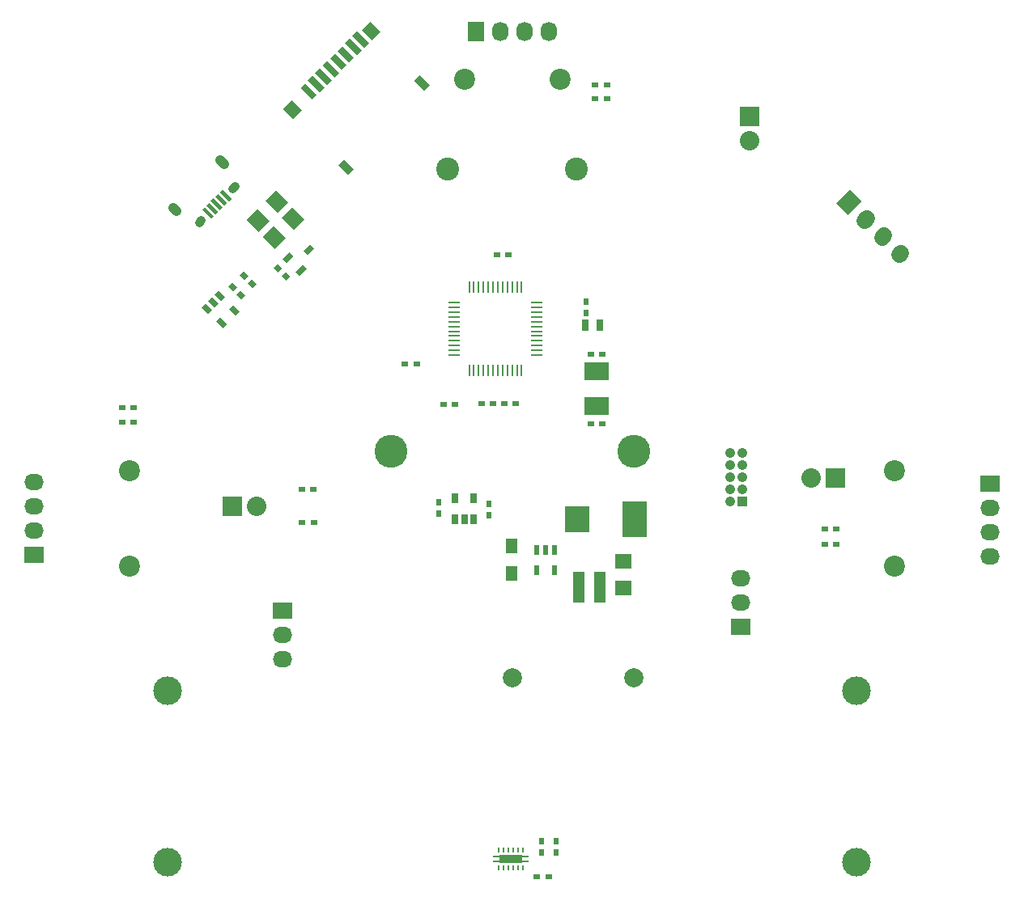
<source format=gbr>
G04 #@! TF.FileFunction,Soldermask,Top*
%FSLAX46Y46*%
G04 Gerber Fmt 4.6, Leading zero omitted, Abs format (unit mm)*
G04 Created by KiCad (PCBNEW 4.0.4-stable) date 11/01/16 13:58:18*
%MOMM*%
%LPD*%
G01*
G04 APERTURE LIST*
%ADD10C,0.100000*%
%ADD11C,0.950000*%
%ADD12C,1.000000*%
%ADD13C,3.450000*%
%ADD14C,2.000000*%
%ADD15R,1.300000X0.250000*%
%ADD16R,0.250000X1.300000*%
%ADD17C,2.400000*%
%ADD18R,0.600000X0.700000*%
%ADD19R,0.700000X0.600000*%
%ADD20R,0.635000X1.143000*%
%ADD21R,1.150000X3.300000*%
%ADD22R,2.032000X2.032000*%
%ADD23O,2.032000X2.032000*%
%ADD24R,2.032000X1.727200*%
%ADD25O,2.032000X1.727200*%
%ADD26R,0.650000X1.060000*%
%ADD27R,0.599440X1.000760*%
%ADD28R,2.537160X1.837160*%
%ADD29R,1.200000X1.500000*%
%ADD30R,2.550160X2.700020*%
%ADD31R,2.550160X3.799840*%
%ADD32R,1.803400X1.600200*%
%ADD33C,2.200000*%
%ADD34R,1.727200X2.032000*%
%ADD35O,1.727200X2.032000*%
%ADD36R,0.700000X0.250000*%
%ADD37R,0.250000X0.500000*%
%ADD38R,2.400000X0.840000*%
%ADD39C,1.727200*%
%ADD40C,3.000000*%
%ADD41R,1.050000X1.050000*%
%ADD42C,1.050000*%
G04 APERTURE END LIST*
D10*
G36*
X130301829Y-114597666D02*
X131362489Y-115658326D01*
X130796803Y-116224012D01*
X129736143Y-115163352D01*
X130301829Y-114597666D01*
X130301829Y-114597666D01*
G37*
G36*
X116937511Y-117213962D02*
X117998171Y-118274622D01*
X117078933Y-119193860D01*
X116018273Y-118133200D01*
X116937511Y-117213962D01*
X116937511Y-117213962D01*
G37*
G36*
X118334047Y-115428516D02*
X119571484Y-116665953D01*
X119076509Y-117160928D01*
X117839072Y-115923491D01*
X118334047Y-115428516D01*
X118334047Y-115428516D01*
G37*
G36*
X119111864Y-114650699D02*
X120349301Y-115888136D01*
X119854326Y-116383111D01*
X118616889Y-115145674D01*
X119111864Y-114650699D01*
X119111864Y-114650699D01*
G37*
G36*
X119889682Y-113872881D02*
X121127119Y-115110318D01*
X120632144Y-115605293D01*
X119394707Y-114367856D01*
X119889682Y-113872881D01*
X119889682Y-113872881D01*
G37*
G36*
X120667499Y-113095064D02*
X121904936Y-114332501D01*
X121409961Y-114827476D01*
X120172524Y-113590039D01*
X120667499Y-113095064D01*
X120667499Y-113095064D01*
G37*
G36*
X121445317Y-112317246D02*
X122682754Y-113554683D01*
X122187779Y-114049658D01*
X120950342Y-112812221D01*
X121445317Y-112317246D01*
X121445317Y-112317246D01*
G37*
G36*
X122223134Y-111539429D02*
X123460571Y-112776866D01*
X122965596Y-113271841D01*
X121728159Y-112034404D01*
X122223134Y-111539429D01*
X122223134Y-111539429D01*
G37*
G36*
X123000952Y-110761611D02*
X124238389Y-111999048D01*
X123743414Y-112494023D01*
X122505977Y-111256586D01*
X123000952Y-110761611D01*
X123000952Y-110761611D01*
G37*
G36*
X123778769Y-109983794D02*
X125016206Y-111221231D01*
X124521231Y-111716206D01*
X123283794Y-110478769D01*
X123778769Y-109983794D01*
X123778769Y-109983794D01*
G37*
G36*
X125175305Y-108976168D02*
X126235965Y-110036828D01*
X125316727Y-110956066D01*
X124256067Y-109895406D01*
X125175305Y-108976168D01*
X125175305Y-108976168D01*
G37*
G36*
X122417588Y-123471857D02*
X123407537Y-124461806D01*
X122841852Y-125027491D01*
X121851903Y-124037542D01*
X122417588Y-123471857D01*
X122417588Y-123471857D01*
G37*
G36*
X109406040Y-126849131D02*
X109688882Y-126566289D01*
X110643476Y-127520883D01*
X110360634Y-127803725D01*
X109406040Y-126849131D01*
X109406040Y-126849131D01*
G37*
G36*
X108946420Y-127308751D02*
X109229262Y-127025909D01*
X110183856Y-127980503D01*
X109901014Y-128263345D01*
X108946420Y-127308751D01*
X108946420Y-127308751D01*
G37*
G36*
X108486801Y-127768370D02*
X108769643Y-127485528D01*
X109724237Y-128440122D01*
X109441395Y-128722964D01*
X108486801Y-127768370D01*
X108486801Y-127768370D01*
G37*
G36*
X108027182Y-128227990D02*
X108310024Y-127945148D01*
X109264618Y-128899742D01*
X108981776Y-129182584D01*
X108027182Y-128227990D01*
X108027182Y-128227990D01*
G37*
G36*
X107567562Y-128687609D02*
X107850404Y-128404767D01*
X108804998Y-129359361D01*
X108522156Y-129642203D01*
X107567562Y-128687609D01*
X107567562Y-128687609D01*
G37*
D11*
X110979352Y-126230413D02*
X110767220Y-126442545D01*
X107443818Y-129765947D02*
X107231686Y-129978079D01*
D12*
X109476750Y-123525730D02*
X109865658Y-123914638D01*
X104527003Y-128475478D02*
X104915911Y-128864386D01*
D13*
X152700000Y-154000000D03*
D14*
X140000000Y-177720000D03*
X152700000Y-177720000D03*
D13*
X127300000Y-154000000D03*
D15*
X142600000Y-143900000D03*
X142600000Y-143400000D03*
X142600000Y-142900000D03*
X142600000Y-142400000D03*
X142600000Y-141900000D03*
X142600000Y-141400000D03*
X142600000Y-140900000D03*
X142600000Y-140400000D03*
X142600000Y-139900000D03*
X142600000Y-139400000D03*
X142600000Y-138900000D03*
X142600000Y-138400000D03*
D16*
X141000000Y-136800000D03*
X140500000Y-136800000D03*
X140000000Y-136800000D03*
X139500000Y-136800000D03*
X139000000Y-136800000D03*
X138500000Y-136800000D03*
X138000000Y-136800000D03*
X137500000Y-136800000D03*
X137000000Y-136800000D03*
X136500000Y-136800000D03*
X136000000Y-136800000D03*
X135500000Y-136800000D03*
D15*
X133900000Y-138400000D03*
X133900000Y-138900000D03*
X133900000Y-139400000D03*
X133900000Y-139900000D03*
X133900000Y-140400000D03*
X133900000Y-140900000D03*
X133900000Y-141400000D03*
X133900000Y-141900000D03*
X133900000Y-142400000D03*
X133900000Y-142900000D03*
X133900000Y-143400000D03*
X133900000Y-143900000D03*
D16*
X135500000Y-145500000D03*
X136000000Y-145500000D03*
X136500000Y-145500000D03*
X137000000Y-145500000D03*
X137500000Y-145500000D03*
X138000000Y-145500000D03*
X138500000Y-145500000D03*
X139000000Y-145500000D03*
X139500000Y-145500000D03*
X140000000Y-145500000D03*
X140500000Y-145500000D03*
X141000000Y-145500000D03*
D17*
X133270000Y-124400000D03*
X146730000Y-124400000D03*
D18*
X147700000Y-139500000D03*
X147700000Y-138300000D03*
D19*
X148200000Y-151100000D03*
X149400000Y-151100000D03*
X139200000Y-149000000D03*
X140400000Y-149000000D03*
X148200000Y-143800000D03*
X149400000Y-143800000D03*
X138000000Y-149000000D03*
X136800000Y-149000000D03*
D18*
X137600000Y-160700000D03*
X137600000Y-159500000D03*
X132300000Y-159300000D03*
X132300000Y-160500000D03*
D19*
X138400000Y-133400000D03*
X139600000Y-133400000D03*
X130000000Y-144800000D03*
X128800000Y-144800000D03*
D18*
X144600000Y-194800000D03*
X144600000Y-196000000D03*
X143100000Y-194800000D03*
X143100000Y-196000000D03*
D19*
X142600000Y-198500000D03*
X143800000Y-198500000D03*
D10*
G36*
X113340330Y-128584474D02*
X114615526Y-129859670D01*
X113484014Y-130991182D01*
X112208818Y-129715986D01*
X113340330Y-128584474D01*
X113340330Y-128584474D01*
G37*
G36*
X115315986Y-126608818D02*
X116591182Y-127884014D01*
X115459670Y-129015526D01*
X114184474Y-127740330D01*
X115315986Y-126608818D01*
X115315986Y-126608818D01*
G37*
D20*
X149162000Y-140800000D03*
X147638000Y-140800000D03*
D21*
X149204027Y-168196367D03*
X147004027Y-168196367D03*
D22*
X110700000Y-159700000D03*
D23*
X113240000Y-159700000D03*
D22*
X173800000Y-156800000D03*
D23*
X171260000Y-156800000D03*
D22*
X164800000Y-118900000D03*
D23*
X164800000Y-121440000D03*
D10*
G36*
X112083883Y-137659619D02*
X111659619Y-138083883D01*
X111164645Y-137588909D01*
X111588909Y-137164645D01*
X112083883Y-137659619D01*
X112083883Y-137659619D01*
G37*
G36*
X111235355Y-136811091D02*
X110811091Y-137235355D01*
X110316117Y-136740381D01*
X110740381Y-136316117D01*
X111235355Y-136811091D01*
X111235355Y-136811091D01*
G37*
G36*
X111516117Y-135540381D02*
X111940381Y-135116117D01*
X112435355Y-135611091D01*
X112011091Y-136035355D01*
X111516117Y-135540381D01*
X111516117Y-135540381D01*
G37*
G36*
X112364645Y-136388909D02*
X112788909Y-135964645D01*
X113283883Y-136459619D01*
X112859619Y-136883883D01*
X112364645Y-136388909D01*
X112364645Y-136388909D01*
G37*
D19*
X132800000Y-149100000D03*
X134000000Y-149100000D03*
D10*
G36*
X116783883Y-135659619D02*
X116359619Y-136083883D01*
X115864645Y-135588909D01*
X116288909Y-135164645D01*
X116783883Y-135659619D01*
X116783883Y-135659619D01*
G37*
G36*
X115935355Y-134811091D02*
X115511091Y-135235355D01*
X115016117Y-134740381D01*
X115440381Y-134316117D01*
X115935355Y-134811091D01*
X115935355Y-134811091D01*
G37*
D24*
X163900000Y-172340000D03*
D25*
X163900000Y-169800000D03*
X163900000Y-167260000D03*
D10*
G36*
X109284474Y-137113567D02*
X109992118Y-137821211D01*
X109568250Y-138245079D01*
X108860606Y-137537435D01*
X109284474Y-137113567D01*
X109284474Y-137113567D01*
G37*
G36*
X107937435Y-138460606D02*
X108645079Y-139168250D01*
X108221211Y-139592118D01*
X107513567Y-138884474D01*
X107937435Y-138460606D01*
X107937435Y-138460606D01*
G37*
G36*
X108610955Y-137787087D02*
X109318599Y-138494731D01*
X108894731Y-138918599D01*
X108187087Y-138210955D01*
X108610955Y-137787087D01*
X108610955Y-137787087D01*
G37*
G36*
X109431750Y-139954921D02*
X110139394Y-140662565D01*
X109715526Y-141086433D01*
X109007882Y-140378789D01*
X109431750Y-139954921D01*
X109431750Y-139954921D01*
G37*
G36*
X110778789Y-138607882D02*
X111486433Y-139315526D01*
X111062565Y-139739394D01*
X110354921Y-139031750D01*
X110778789Y-138607882D01*
X110778789Y-138607882D01*
G37*
D26*
X134050000Y-161100000D03*
X135000000Y-161100000D03*
X135950000Y-161100000D03*
X135950000Y-158900000D03*
X134050000Y-158900000D03*
D27*
X144456527Y-164339727D03*
X142551527Y-164339727D03*
X143504027Y-164339727D03*
X142551527Y-166453007D03*
X144456527Y-166453007D03*
D28*
X148800000Y-145550000D03*
X148800000Y-149250000D03*
D29*
X139904027Y-163846367D03*
X139904027Y-166746367D03*
D30*
X146800260Y-161100000D03*
D31*
X152799740Y-161100000D03*
D32*
X151604027Y-168293367D03*
X151604027Y-165499367D03*
D33*
X100000000Y-166000000D03*
X100000000Y-156000000D03*
D24*
X90000000Y-164810000D03*
D25*
X90000000Y-162270000D03*
X90000000Y-159730000D03*
X90000000Y-157190000D03*
D34*
X136190000Y-110000000D03*
D35*
X138730000Y-110000000D03*
X141270000Y-110000000D03*
X143810000Y-110000000D03*
D24*
X190000000Y-157380000D03*
D25*
X190000000Y-159920000D03*
X190000000Y-162460000D03*
X190000000Y-165000000D03*
D10*
G36*
X117159670Y-130815526D02*
X115884474Y-129540330D01*
X117015986Y-128408818D01*
X118291182Y-129684014D01*
X117159670Y-130815526D01*
X117159670Y-130815526D01*
G37*
G36*
X115184014Y-132791182D02*
X113908818Y-131515986D01*
X115040330Y-130384474D01*
X116315526Y-131659670D01*
X115184014Y-132791182D01*
X115184014Y-132791182D01*
G37*
G36*
X116013567Y-133815526D02*
X116721211Y-133107882D01*
X117145079Y-133531750D01*
X116437435Y-134239394D01*
X116013567Y-133815526D01*
X116013567Y-133815526D01*
G37*
G36*
X118181401Y-132994731D02*
X118889045Y-132287087D01*
X119312913Y-132710955D01*
X118605269Y-133418599D01*
X118181401Y-132994731D01*
X118181401Y-132994731D01*
G37*
G36*
X117360606Y-135162565D02*
X118068250Y-134454921D01*
X118492118Y-134878789D01*
X117784474Y-135586433D01*
X117360606Y-135162565D01*
X117360606Y-135162565D01*
G37*
D36*
X141350000Y-196400000D03*
X141350000Y-196900000D03*
X138350000Y-196900000D03*
D37*
X140600000Y-197600000D03*
X141100000Y-197600000D03*
X140100000Y-197600000D03*
X139600000Y-197600000D03*
X138600000Y-195700000D03*
X138600000Y-197600000D03*
X139100000Y-197600000D03*
X139100000Y-195700000D03*
X139600000Y-195700000D03*
X141100000Y-195700000D03*
X140600000Y-195700000D03*
D38*
X139850000Y-196650000D03*
D37*
X140100000Y-195700000D03*
D36*
X138350000Y-196400000D03*
D19*
X119250000Y-161450000D03*
X118050000Y-161450000D03*
X119200000Y-157950000D03*
X118000000Y-157950000D03*
D10*
G36*
X175100135Y-129236976D02*
X173878820Y-128015661D01*
X175315661Y-126578820D01*
X176536976Y-127800135D01*
X175100135Y-129236976D01*
X175100135Y-129236976D01*
G37*
D39*
X176896186Y-129811712D02*
X177111712Y-129596186D01*
X178692237Y-131607763D02*
X178907763Y-131392237D01*
X180488289Y-133403815D02*
X180703815Y-133188289D01*
D24*
X116000000Y-170660000D03*
D25*
X116000000Y-173200000D03*
X116000000Y-175740000D03*
D19*
X148700000Y-115600000D03*
X149900000Y-115600000D03*
X149900000Y-117100000D03*
X148700000Y-117100000D03*
X100400000Y-150900000D03*
X99200000Y-150900000D03*
X99200000Y-149400000D03*
X100400000Y-149400000D03*
X172700000Y-162100000D03*
X173900000Y-162100000D03*
X173900000Y-163700000D03*
X172700000Y-163700000D03*
D33*
X145000000Y-115000000D03*
X135000000Y-115000000D03*
X180000000Y-166000000D03*
X180000000Y-156000000D03*
D40*
X104000000Y-197000000D03*
X104000000Y-179000000D03*
X176000000Y-179000000D03*
X176000000Y-197000000D03*
D41*
X164070000Y-159200000D03*
D42*
X164070000Y-157930000D03*
X164070000Y-156660000D03*
X164070000Y-155390000D03*
X164070000Y-154120000D03*
X162800000Y-157930000D03*
X162800000Y-156660000D03*
X162800000Y-155390000D03*
X162800000Y-154120000D03*
X162800000Y-159200000D03*
M02*

</source>
